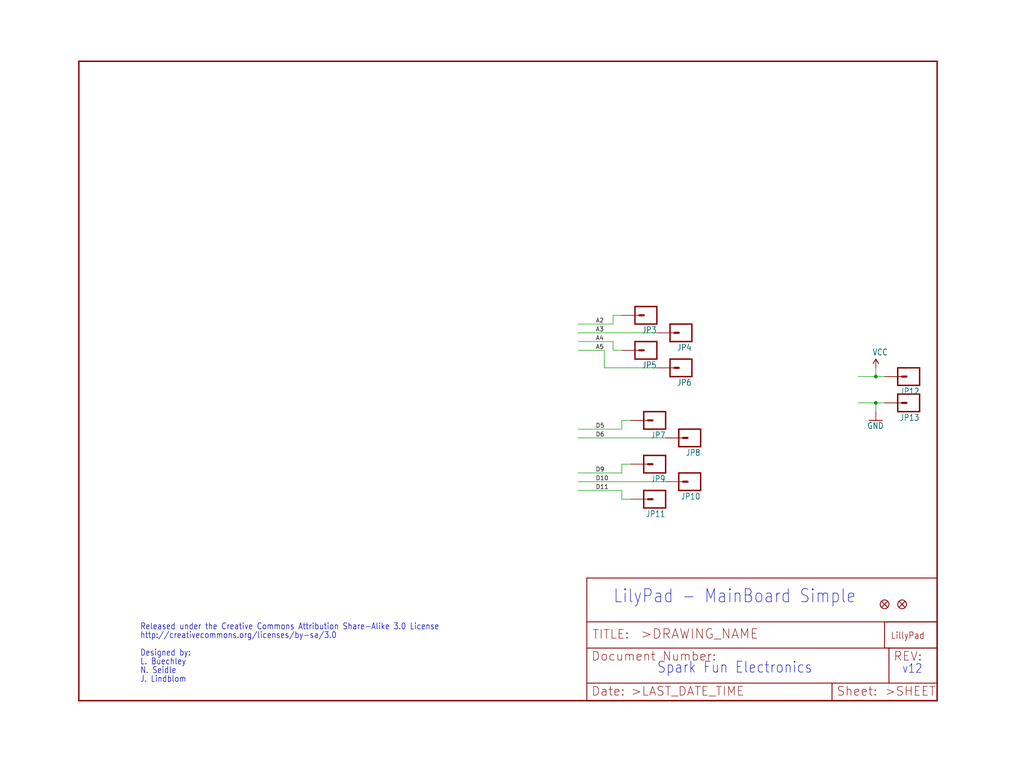
<source format=kicad_sch>
(kicad_sch (version 20211123) (generator eeschema)
  (paper "User" 297.002 223.926)
  (lib_symbols
    (symbol "schematicEagle-eagle-import:FIDUCIALUFIDUCIAL"
      (symbol "FIDUCIALUFIDUCIAL_1_0"
        (polyline (pts (xy -0.762 0.762) (xy 0.762 -0.762)) (stroke (width 0.254)))
        (polyline (pts (xy 0.762 0.762) (xy -0.762 -0.762)) (stroke (width 0.254)))
        (circle (center 0 0) (radius 1.27) (stroke (width 0.254)))
      )
    )
    (symbol "schematicEagle-eagle-import:FRAME-LETTER"
      (symbol "FRAME-LETTER_1_0"
        (polyline (pts (xy 0 0) (xy 248.92 0)) (stroke (width 0.4064)))
        (polyline (pts (xy 0 185.42) (xy 0 0)) (stroke (width 0.4064)))
        (polyline (pts (xy 0 185.42) (xy 248.92 185.42)) (stroke (width 0.4064)))
        (polyline (pts (xy 248.92 185.42) (xy 248.92 0)) (stroke (width 0.4064)))
      )
      (symbol "FRAME-LETTER_2_0"
        (polyline (pts (xy 0 0) (xy 0 5.08)) (stroke (width 0.254)))
        (polyline (pts (xy 0 0) (xy 71.12 0)) (stroke (width 0.254)))
        (polyline (pts (xy 0 5.08) (xy 0 15.24)) (stroke (width 0.254)))
        (polyline (pts (xy 0 5.08) (xy 71.12 5.08)) (stroke (width 0.254)))
        (polyline (pts (xy 0 15.24) (xy 0 22.86)) (stroke (width 0.254)))
        (polyline (pts (xy 0 22.86) (xy 0 35.56)) (stroke (width 0.254)))
        (polyline (pts (xy 0 22.86) (xy 101.6 22.86)) (stroke (width 0.254)))
        (polyline (pts (xy 71.12 0) (xy 101.6 0)) (stroke (width 0.254)))
        (polyline (pts (xy 71.12 5.08) (xy 71.12 0)) (stroke (width 0.254)))
        (polyline (pts (xy 71.12 5.08) (xy 87.63 5.08)) (stroke (width 0.254)))
        (polyline (pts (xy 87.63 5.08) (xy 101.6 5.08)) (stroke (width 0.254)))
        (polyline (pts (xy 87.63 15.24) (xy 0 15.24)) (stroke (width 0.254)))
        (polyline (pts (xy 87.63 15.24) (xy 87.63 5.08)) (stroke (width 0.254)))
        (polyline (pts (xy 101.6 5.08) (xy 101.6 0)) (stroke (width 0.254)))
        (polyline (pts (xy 101.6 15.24) (xy 87.63 15.24)) (stroke (width 0.254)))
        (polyline (pts (xy 101.6 15.24) (xy 101.6 5.08)) (stroke (width 0.254)))
        (polyline (pts (xy 101.6 22.86) (xy 101.6 15.24)) (stroke (width 0.254)))
        (polyline (pts (xy 101.6 35.56) (xy 0 35.56)) (stroke (width 0.254)))
        (polyline (pts (xy 101.6 35.56) (xy 101.6 22.86)) (stroke (width 0.254)))
        (text ">DRAWING_NAME" (at 15.494 17.78 0) (effects (font (size 2.7432 2.7432)) (justify left bottom)))
        (text ">LAST_DATE_TIME" (at 12.7 1.27 0) (effects (font (size 2.54 2.54)) (justify left bottom)))
        (text ">SHEET" (at 86.36 1.27 0) (effects (font (size 2.54 2.54)) (justify left bottom)))
        (text "Date:" (at 1.27 1.27 0) (effects (font (size 2.54 2.54)) (justify left bottom)))
        (text "Document Number:" (at 1.27 11.43 0) (effects (font (size 2.54 2.54)) (justify left bottom)))
        (text "REV:" (at 88.9 11.43 0) (effects (font (size 2.54 2.54)) (justify left bottom)))
        (text "Sheet:" (at 72.39 1.27 0) (effects (font (size 2.54 2.54)) (justify left bottom)))
        (text "TITLE:" (at 1.524 17.78 0) (effects (font (size 2.54 2.54)) (justify left bottom)))
      )
    )
    (symbol "schematicEagle-eagle-import:GND" (power)
      (property "Value" "GND" (at -2.54 -2.54 0))
      (symbol "GND_1_0"
        (polyline (pts (xy -1.905 0) (xy 1.905 0)) (stroke (width 0.254)))
        (pin power_in line (at 0 2.54 270) (length 2.54) (name "GND") (number "1"))
      )
    )
    (symbol "schematicEagle-eagle-import:LOGO-LPLP"
      (symbol "LOGO-LPLP_1_0"
        (polyline (pts (xy -2.54 -2.54) (xy 12.7 -2.54)) (stroke (width 0.254)))
        (polyline (pts (xy -2.54 5.08) (xy -2.54 -2.54)) (stroke (width 0.254)))
        (polyline (pts (xy 12.7 -2.54) (xy 12.7 5.08)) (stroke (width 0.254)))
        (polyline (pts (xy 12.7 5.08) (xy -2.54 5.08)) (stroke (width 0.254)))
        (text "LillyPad" (at -0.762 0 0) (effects (font (size 1.9304 1.6408)) (justify left bottom)))
      )
    )
    (symbol "schematicEagle-eagle-import:M01SNAP-MALE_LARGE"
      (property "Reference" "JP" (at -2.54 3.302 0))
      (property "Value" "M01SNAP-MALE_LARGE" (at -2.54 -5.08 0))
      (symbol "M01SNAP-MALE_LARGE_1_0"
        (polyline (pts (xy -2.54 2.54) (xy -2.54 -2.54)) (stroke (width 0.4064)))
        (polyline (pts (xy -2.54 2.54) (xy 3.81 2.54)) (stroke (width 0.4064)))
        (polyline (pts (xy 1.27 0) (xy 2.54 0)) (stroke (width 0.6096)))
        (polyline (pts (xy 3.81 -2.54) (xy -2.54 -2.54)) (stroke (width 0.4064)))
        (polyline (pts (xy 3.81 -2.54) (xy 3.81 2.54)) (stroke (width 0.4064)))
        (pin passive line (at 7.62 0 180) (length 5.08) (name "1") (number "2"))
      )
    )
    (symbol "schematicEagle-eagle-import:VCC" (power)
      (property "Value" "VCC" (at -1.016 3.556 0))
      (symbol "VCC_1_0"
        (polyline (pts (xy 0 2.54) (xy -0.762 1.27)) (stroke (width 0.254)))
        (polyline (pts (xy 0.762 1.27) (xy 0 2.54)) (stroke (width 0.254)))
        (pin power_in line (at 0 0 90) (length 2.54) (name "VCC") (number "1"))
      )
    )
  )
  (junction (at 254 109.22))
  (junction (at 254 116.84))
  (wire (pts (xy 175.26 101.6) (xy 167.64 101.6)))
  (wire (pts (xy 167.64 139.7) (xy 193.04 139.7)))
  (wire (pts (xy 180.34 101.6) (xy 177.8 101.6)))
  (wire (pts (xy 167.64 127) (xy 193.04 127)))
  (wire (pts (xy 254 116.84) (xy 248.92 116.84)))
  (wire (pts (xy 190.5 96.52) (xy 167.64 96.52)))
  (wire (pts (xy 175.26 106.68) (xy 175.26 101.6)))
  (wire (pts (xy 180.34 121.92) (xy 180.34 124.46)))
  (wire (pts (xy 177.8 101.6) (xy 177.8 99.06)))
  (wire (pts (xy 254 109.22) (xy 248.92 109.22)))
  (wire (pts (xy 182.88 134.62) (xy 180.34 134.62)))
  (wire (pts (xy 254 106.68) (xy 254 109.22)))
  (wire (pts (xy 180.34 142.24) (xy 180.34 144.78)))
  (wire (pts (xy 180.34 134.62) (xy 180.34 137.16)))
  (wire (pts (xy 177.8 91.44) (xy 177.8 93.98)))
  (wire (pts (xy 190.5 106.68) (xy 175.26 106.68)))
  (wire (pts (xy 180.34 144.78) (xy 182.88 144.78)))
  (wire (pts (xy 177.8 93.98) (xy 167.64 93.98)))
  (wire (pts (xy 254 116.84) (xy 256.54 116.84)))
  (wire (pts (xy 254 109.22) (xy 256.54 109.22)))
  (wire (pts (xy 180.34 137.16) (xy 167.64 137.16)))
  (wire (pts (xy 177.8 99.06) (xy 167.64 99.06)))
  (wire (pts (xy 167.64 142.24) (xy 180.34 142.24)))
  (wire (pts (xy 180.34 91.44) (xy 177.8 91.44)))
  (wire (pts (xy 254 116.84) (xy 254 119.38)))
  (wire (pts (xy 182.88 121.92) (xy 180.34 121.92)))
  (wire (pts (xy 180.34 124.46) (xy 167.64 124.46)))
  (text "J. Lindblom" (at 40.64 198.12 180) (effects (font (size 1.778 1.5113)) (justify left bottom)))
  (text "Spark Fun Electronics" (at 190.5 195.58 180) (effects (font (size 3.175 2.6987)) (justify left bottom)))
  (text "N. Seidle" (at 40.64 195.58 180) (effects (font (size 1.778 1.5113)) (justify left bottom)))
  (text "L. Buechley" (at 40.64 193.04 180) (effects (font (size 1.778 1.5113)) (justify left bottom)))
  (text "Released under the Creative Commons Attribution Share-Alike 3.0 License" (at 40.64 182.88 0) (effects (font (size 1.778 1.5113)) (justify left bottom)))
  (text "http://creativecommons.org/licenses/by-sa/3.0" (at 40.64 185.42 180) (effects (font (size 1.778 1.5113)) (justify left bottom)))
  (text "Designed by:" (at 40.64 190.5 180) (effects (font (size 1.778 1.5113)) (justify left bottom)))
  (text "v12" (at 261.62 195.58 180) (effects (font (size 2.54 2.159)) (justify left bottom)))
  (text "LilyPad - MainBoard Simple" (at 177.8 175.26 180) (effects (font (size 3.81 3.2385)) (justify left bottom)))
  (label "D6" (at 172.72 127 0) (effects (font (size 1.2446 1.2446))))
  (label "D10" (at 172.72 139.7 0) (effects (font (size 1.2446 1.2446))))
  (label "A2" (at 172.72 93.98 0) (effects (font (size 1.2446 1.2446))))
  (label "A3" (at 172.72 96.52 0) (effects (font (size 1.2446 1.2446))))
  (label "D11" (at 172.72 142.24 0) (effects (font (size 1.2446 1.2446))))
  (label "A5" (at 172.72 101.6 0) (effects (font (size 1.2446 1.2446))))
  (label "A4" (at 172.72 99.06 0) (effects (font (size 1.2446 1.2446))))
  (label "D9" (at 172.72 137.16 0) (effects (font (size 1.2446 1.2446))))
  (label "D5" (at 172.72 124.46 0) (effects (font (size 1.2446 1.2446))))
  (symbol (lib_id "schematicEagle-eagle-import:GND") (at 254 121.92 0) (unit 1)
    (property "Reference" "#GND8" (effects hide))
    (property "Value" "GND" (at 251.46 124.46 0) (effects (font (size 1.778 1.5113)) (justify left bottom)))
    (property "Footprint" "schematicEagle:" (effects hide))
  )
  (symbol (lib_id "schematicEagle-eagle-import:M01SNAP-MALE_LARGE") (at 198.12 96.52 180) (unit 1)
    (property "Reference" "JP4" (at 200.66 99.822 0) (effects (font (size 1.778 1.5113)) (justify left bottom)))
    (property "Value" "M01SNAP-MALE_LARGE" (effects hide))
    (property "Footprint" "schematicEagle:SNAP-MALE_LARGE" (effects hide))
  )
  (symbol (lib_id "schematicEagle-eagle-import:M01SNAP-MALE_LARGE") (at 200.66 127 180) (unit 1)
    (property "Reference" "JP8" (at 203.2 130.302 0) (effects (font (size 1.778 1.5113)) (justify left bottom)))
    (property "Value" "M01SNAP-MALE_LARGE" (effects hide))
    (property "Footprint" "schematicEagle:SNAP-MALE_LARGE" (effects hide))
  )
  (symbol (lib_id "schematicEagle-eagle-import:M01SNAP-MALE_LARGE") (at 264.16 116.84 180) (unit 1)
    (property "Reference" "JP13" (at 266.7 120.142 0) (effects (font (size 1.778 1.5113)) (justify left bottom)))
    (property "Value" "M01SNAP-MALE_LARGE" (effects hide))
    (property "Footprint" "schematicEagle:SNAP-MALE_LARGE" (effects hide))
  )
  (symbol (lib_id "schematicEagle-eagle-import:M01SNAP-MALE_LARGE") (at 264.16 109.22 180) (unit 1)
    (property "Reference" "JP12" (at 266.7 112.522 0) (effects (font (size 1.778 1.5113)) (justify left bottom)))
    (property "Value" "M01SNAP-MALE_LARGE" (effects hide))
    (property "Footprint" "schematicEagle:SNAP-MALE_LARGE" (effects hide))
  )
  (symbol (lib_id "schematicEagle-eagle-import:M01SNAP-MALE_LARGE") (at 190.5 121.92 180) (unit 1)
    (property "Reference" "JP7" (at 193.04 125.222 0) (effects (font (size 1.778 1.5113)) (justify left bottom)))
    (property "Value" "M01SNAP-MALE_LARGE" (effects hide))
    (property "Footprint" "schematicEagle:SNAP-MALE_LARGE" (effects hide))
  )
  (symbol (lib_id "schematicEagle-eagle-import:LOGO-LPLP") (at 259.08 185.42 0) (unit 1)
    (property "Reference" "U$1" (effects hide))
    (property "Value" "LOGO-LPLP" (effects hide))
    (property "Footprint" "schematicEagle:LOGO-LILYPAD" (effects hide))
  )
  (symbol (lib_id "schematicEagle-eagle-import:FIDUCIALUFIDUCIAL") (at 256.54 175.26 0) (unit 1)
    (property "Reference" "JP1" (effects hide))
    (property "Value" "FIDUCIALUFIDUCIAL" (effects hide))
    (property "Footprint" "schematicEagle:MICRO-FIDUCIAL" (effects hide))
  )
  (symbol (lib_id "schematicEagle-eagle-import:M01SNAP-MALE_LARGE") (at 187.96 91.44 180) (unit 1)
    (property "Reference" "JP3" (at 190.5 94.742 0) (effects (font (size 1.778 1.5113)) (justify left bottom)))
    (property "Value" "M01SNAP-MALE_LARGE" (effects hide))
    (property "Footprint" "schematicEagle:SNAP-MALE_LARGE" (effects hide))
  )
  (symbol (lib_id "schematicEagle-eagle-import:M01SNAP-MALE_LARGE") (at 190.5 134.62 180) (unit 1)
    (property "Reference" "JP9" (at 193.04 137.922 0) (effects (font (size 1.778 1.5113)) (justify left bottom)))
    (property "Value" "M01SNAP-MALE_LARGE" (effects hide))
    (property "Footprint" "schematicEagle:SNAP-MALE_LARGE" (effects hide))
  )
  (symbol (lib_id "schematicEagle-eagle-import:VCC") (at 254 106.68 0) (unit 1)
    (property "Reference" "#P+5" (effects hide))
    (property "Value" "VCC" (at 252.984 103.124 0) (effects (font (size 1.778 1.5113)) (justify left bottom)))
    (property "Footprint" "schematicEagle:" (effects hide))
  )
  (symbol (lib_id "schematicEagle-eagle-import:FRAME-LETTER") (at 22.86 203.2 0) (unit 1)
    (property "Reference" "#FRAME1" (effects hide))
    (property "Value" "FRAME-LETTER" (effects hide))
    (property "Footprint" "schematicEagle:" (effects hide))
  )
  (symbol (lib_id "schematicEagle-eagle-import:M01SNAP-MALE_LARGE") (at 198.12 106.68 180) (unit 1)
    (property "Reference" "JP6" (at 200.66 109.982 0) (effects (font (size 1.778 1.5113)) (justify left bottom)))
    (property "Value" "M01SNAP-MALE_LARGE" (effects hide))
    (property "Footprint" "schematicEagle:SNAP-MALE_LARGE" (effects hide))
  )
  (symbol (lib_id "schematicEagle-eagle-import:FRAME-LETTER") (at 170.18 203.2 0) (unit 2)
    (property "Reference" "#FRAME1" (effects hide))
    (property "Value" "FRAME-LETTER" (effects hide))
    (property "Footprint" "schematicEagle:" (effects hide))
  )
  (symbol (lib_id "schematicEagle-eagle-import:M01SNAP-MALE_LARGE") (at 187.96 101.6 180) (unit 1)
    (property "Reference" "JP5" (at 190.5 104.902 0) (effects (font (size 1.778 1.5113)) (justify left bottom)))
    (property "Value" "M01SNAP-MALE_LARGE" (effects hide))
    (property "Footprint" "schematicEagle:SNAP-MALE_LARGE" (effects hide))
  )
  (symbol (lib_id "schematicEagle-eagle-import:FIDUCIALUFIDUCIAL") (at 261.62 175.26 0) (unit 1)
    (property "Reference" "JP2" (effects hide))
    (property "Value" "FIDUCIALUFIDUCIAL" (effects hide))
    (property "Footprint" "schematicEagle:MICRO-FIDUCIAL" (effects hide))
  )
  (symbol (lib_id "schematicEagle-eagle-import:M01SNAP-MALE_LARGE") (at 200.66 139.7 180) (unit 1)
    (property "Reference" "JP10" (at 203.2 143.002 0) (effects (font (size 1.778 1.5113)) (justify left bottom)))
    (property "Value" "M01SNAP-MALE_LARGE" (effects hide))
    (property "Footprint" "schematicEagle:SNAP-MALE_LARGE" (effects hide))
  )
  (symbol (lib_id "schematicEagle-eagle-import:M01SNAP-MALE_LARGE") (at 190.5 144.78 180) (unit 1)
    (property "Reference" "JP11" (at 193.04 148.082 0) (effects (font (size 1.778 1.5113)) (justify left bottom)))
    (property "Value" "M01SNAP-MALE_LARGE" (effects hide))
    (property "Footprint" "schematicEagle:SNAP-MALE_LARGE" (effects hide))
  )
)
</source>
